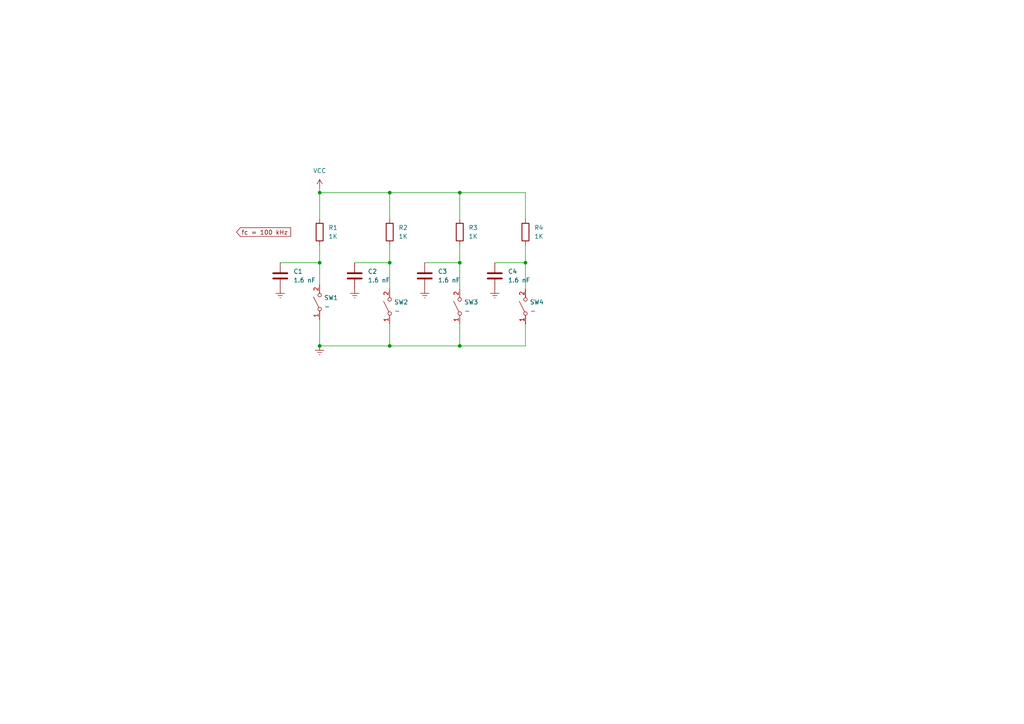
<source format=kicad_sch>
(kicad_sch (version 20230121) (generator eeschema)
  (paper "A4")
  (lib_symbols
    (symbol "Device:C" (pin_numbers hide) (pin_names (offset 0.254))
      (property "Reference" "C" (at 0.635 2.54 0))
      (property "Value" "C" (at 0.635 -2.54 0))
      (symbol "C_0_1"
        (polyline (pts (xy -2.032 -0.762) (xy 2.032 -0.762)) (stroke (width 0.508)))
        (polyline (pts (xy -2.032 0.762) (xy 2.032 0.762)) (stroke (width 0.508)))
      )
      (symbol "C_1_1"
        (pin passive line (at 0 3.81 270) (length 2.794) (name "~") (number "1"))
        (pin passive line (at 0 -3.81 90) (length 2.794) (name "~") (number "2"))
      )
    )
    (symbol "Device:R" (pin_numbers hide) (pin_names (offset 0))
      (property "Reference" "R" (at 2.032 0 90))
      (property "Value" "R" (at 0 0 90))
      (symbol "R_0_1"
        (rectangle (start -1.016 -2.54) (end 1.016 2.54) (stroke (width 0.254)))
      )
      (symbol "R_1_1"
        (pin passive line (at 0 3.81 270) (length 1.27) (name "~") (number "1"))
        (pin passive line (at 0 -3.81 90) (length 1.27) (name "~") (number "2"))
      )
    )
    (symbol "Switch:SW_SPST" (pin_names (offset 0) hide)
      (property "Reference" "SW" (at 0 3.175 0))
      (property "Value" "SW_SPST" (at 0 -2.54 0))
      (symbol "SW_SPST_0_0"
        (circle (center -2.032 0) (radius 0.508))
        (polyline (pts (xy -1.524 0.254) (xy 1.524 1.778)))
        (circle (center 2.032 0) (radius 0.508))
      )
      (symbol "SW_SPST_1_1"
        (pin passive line (at -5.08 0 0) (length 2.54) (name "A") (number "1"))
        (pin passive line (at 5.08 0 180) (length 2.54) (name "B") (number "2"))
      )
    )
    (symbol "power:Earth" (power) (pin_names (offset 0))
      (symbol "Earth_0_1"
        (polyline (pts (xy -0.635 -1.905) (xy 0.635 -1.905)))
        (polyline (pts (xy -0.127 -2.54) (xy 0.127 -2.54)))
        (polyline (pts (xy 0 -1.27) (xy 0 0)))
        (polyline (pts (xy 1.27 -1.27) (xy -1.27 -1.27)))
      )
      (symbol "Earth_1_1"
        (pin power_in line (at 0 0 270) (length 0) hide (name "Earth") (number "1"))
      )
    )
    (symbol "power:VCC" (power) (pin_names (offset 0))
      (property "Value" "VCC" (at 0 3.81 0))
      (symbol "VCC_0_1"
        (polyline (pts (xy -0.762 1.27) (xy 0 2.54)))
        (polyline (pts (xy 0 0) (xy 0 2.54)))
        (polyline (pts (xy 0 2.54) (xy 0.762 1.27)))
      )
      (symbol "VCC_1_1"
        (pin power_in line (at 0 0 90) (length 0) hide (name "VCC") (number "1"))
      )
    )
  )
  (junction (at 133.35 55.88))
  (junction (at 113.03 55.88))
  (junction (at 113.03 100.33))
  (junction (at 133.35 76.2))
  (junction (at 92.71 100.33))
  (junction (at 133.35 100.33))
  (junction (at 113.03 76.2))
  (junction (at 92.71 76.2))
  (junction (at 92.71 55.88))
  (junction (at 152.4 76.2))
  (wire (pts (xy 113.03 55.88) (xy 113.03 63.5)))
  (wire (pts (xy 133.35 100.33) (xy 152.4 100.33)))
  (wire (pts (xy 113.03 76.2) (xy 113.03 83.82)))
  (wire (pts (xy 92.71 55.88) (xy 92.71 54.61)))
  (wire (pts (xy 133.35 76.2) (xy 133.35 83.82)))
  (wire (pts (xy 133.35 55.88) (xy 152.4 55.88)))
  (wire (pts (xy 92.71 71.12) (xy 92.71 76.2)))
  (wire (pts (xy 133.35 55.88) (xy 133.35 63.5)))
  (wire (pts (xy 152.4 55.88) (xy 152.4 63.5)))
  (wire (pts (xy 92.71 92.71) (xy 92.71 100.33)))
  (wire (pts (xy 143.51 76.2) (xy 152.4 76.2)))
  (wire (pts (xy 81.28 76.2) (xy 92.71 76.2)))
  (wire (pts (xy 133.35 93.98) (xy 133.35 100.33)))
  (wire (pts (xy 152.4 71.12) (xy 152.4 76.2)))
  (wire (pts (xy 92.71 55.88) (xy 92.71 63.5)))
  (wire (pts (xy 92.71 55.88) (xy 113.03 55.88)))
  (wire (pts (xy 102.87 76.2) (xy 113.03 76.2)))
  (wire (pts (xy 113.03 100.33) (xy 133.35 100.33)))
  (wire (pts (xy 113.03 71.12) (xy 113.03 76.2)))
  (wire (pts (xy 113.03 93.98) (xy 113.03 100.33)))
  (wire (pts (xy 152.4 76.2) (xy 152.4 83.82)))
  (wire (pts (xy 123.19 76.2) (xy 133.35 76.2)))
  (wire (pts (xy 92.71 76.2) (xy 92.71 82.55)))
  (wire (pts (xy 92.71 100.33) (xy 113.03 100.33)))
  (wire (pts (xy 133.35 71.12) (xy 133.35 76.2)))
  (wire (pts (xy 113.03 55.88) (xy 133.35 55.88)))
  (wire (pts (xy 152.4 93.98) (xy 152.4 100.33)))
  (global_label "fc = 100 kHz" (shape input) (at 68.58 67.31 0) (property "Intersheetrefs" "${INTERSHEET_REFS}" (effects hide)))
  (symbol (lib_id "Switch:SW_SPST") (at 92.71 87.63 90) (unit 1)
    (property "Reference" "SW1" (at 93.98 86.36 90) (effects (justify right)))
    (property "Value" "-" (at 93.98 88.9 90) (effects (justify right)))
  )
  (symbol (lib_id "Device:C") (at 81.28 80.01 0) (unit 1)
    (property "Reference" "C1" (at 85.09 78.74 0) (effects (justify left)))
    (property "Value" "1.6 nF" (at 85.09 81.28 0) (effects (justify left)))
  )
  (symbol (lib_id "Device:R") (at 113.03 67.31 0) (unit 1)
    (property "Reference" "R2" (at 115.57 66.04 0) (effects (justify left)))
    (property "Value" "1K" (at 115.57 68.58 0) (effects (justify left)))
  )
  (symbol (lib_id "Device:R") (at 133.35 67.31 0) (unit 1)
    (property "Reference" "R3" (at 135.89 66.04 0) (effects (justify left)))
    (property "Value" "1K" (at 135.89 68.58 0) (effects (justify left)))
  )
  (symbol (lib_id "power:Earth") (at 123.19 83.82 0) (unit 1)
    (property "Reference" "#PWR05" (effects hide))
    (property "Value" "Earth" (effects hide))
  )
  (symbol (lib_id "Device:C") (at 102.87 80.01 0) (unit 1)
    (property "Reference" "C2" (at 106.68 78.74 0) (effects (justify left)))
    (property "Value" "1.6 nF" (at 106.68 81.28 0) (effects (justify left)))
  )
  (symbol (lib_id "Device:C") (at 123.19 80.01 0) (unit 1)
    (property "Reference" "C3" (at 127 78.74 0) (effects (justify left)))
    (property "Value" "1.6 nF" (at 127 81.28 0) (effects (justify left)))
  )
  (symbol (lib_id "power:Earth") (at 143.51 83.82 0) (unit 1)
    (property "Reference" "#PWR06" (effects hide))
    (property "Value" "Earth" (effects hide))
  )
  (symbol (lib_id "Device:C") (at 143.51 80.01 0) (unit 1)
    (property "Reference" "C4" (at 147.32 78.74 0) (effects (justify left)))
    (property "Value" "1.6 nF" (at 147.32 81.28 0) (effects (justify left)))
  )
  (symbol (lib_id "power:VCC") (at 92.71 54.61 0) (unit 1)
    (property "Reference" "#PWR01" (effects hide))
    (property "Value" "VCC" (at 92.71 49.53 0))
  )
  (symbol (lib_id "power:Earth") (at 102.87 83.82 0) (unit 1)
    (property "Reference" "#PWR04" (effects hide))
    (property "Value" "Earth" (effects hide))
  )
  (symbol (lib_id "Switch:SW_SPST") (at 152.4 88.9 90) (unit 1)
    (property "Reference" "SW4" (at 153.67 87.63 90) (effects (justify right)))
    (property "Value" "-" (at 153.67 90.17 90) (effects (justify right)))
  )
  (symbol (lib_id "Switch:SW_SPST") (at 133.35 88.9 90) (unit 1)
    (property "Reference" "SW3" (at 134.62 87.63 90) (effects (justify right)))
    (property "Value" "-" (at 134.62 90.17 90) (effects (justify right)))
  )
  (symbol (lib_id "Device:R") (at 92.71 67.31 0) (unit 1)
    (property "Reference" "R1" (at 95.25 66.04 0) (effects (justify left)))
    (property "Value" "1K" (at 95.25 68.58 0) (effects (justify left)))
  )
  (symbol (lib_id "power:Earth") (at 81.28 83.82 0) (unit 1)
    (property "Reference" "#PWR03" (effects hide))
    (property "Value" "Earth" (effects hide))
  )
  (symbol (lib_id "Device:R") (at 152.4 67.31 0) (unit 1)
    (property "Reference" "R4" (at 154.94 66.04 0) (effects (justify left)))
    (property "Value" "1K" (at 154.94 68.58 0) (effects (justify left)))
  )
  (symbol (lib_id "power:Earth") (at 92.71 100.33 0) (unit 1)
    (property "Reference" "#PWR02" (effects hide))
    (property "Value" "Earth" (effects hide))
  )
  (symbol (lib_id "Switch:SW_SPST") (at 113.03 88.9 90) (unit 1)
    (property "Reference" "SW2" (at 114.3 87.63 90) (effects (justify right)))
    (property "Value" "-" (at 114.3 90.17 90) (effects (justify right)))
  )
)
</source>
